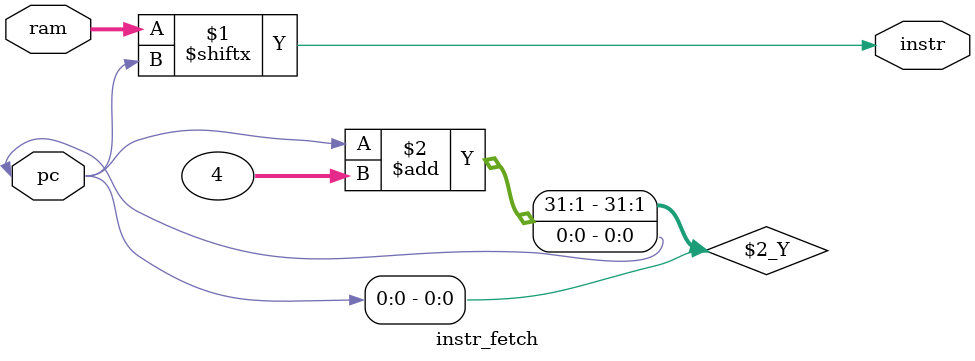
<source format=v>
module instr_fetch(pc,ram,instr);
	inout pc;
	input [64000:0]ram; 
	output instr;
	assign instr = ram[pc];
	assign pc = pc+4;
endmodule
</source>
